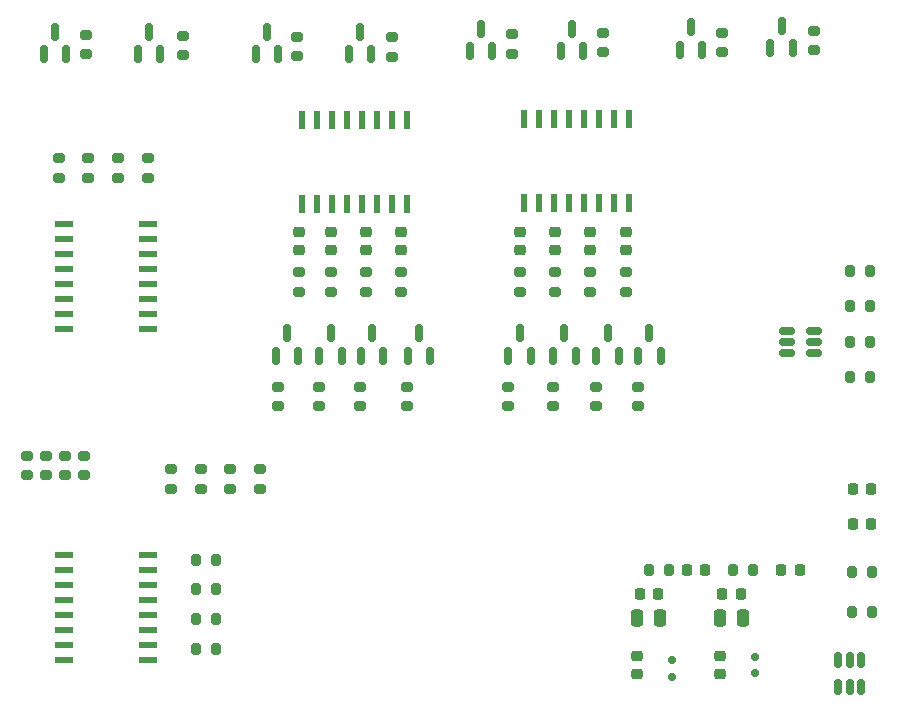
<source format=gtp>
G04 #@! TF.GenerationSoftware,KiCad,Pcbnew,7.0.5-4d25ed1034~172~ubuntu20.04.1*
G04 #@! TF.CreationDate,2023-05-31T02:11:29+03:00*
G04 #@! TF.ProjectId,kanalog-jp12-breakout,6b616e61-6c6f-4672-9d6a-7031322d6272,rev?*
G04 #@! TF.SameCoordinates,Original*
G04 #@! TF.FileFunction,Paste,Top*
G04 #@! TF.FilePolarity,Positive*
%FSLAX46Y46*%
G04 Gerber Fmt 4.6, Leading zero omitted, Abs format (unit mm)*
G04 Created by KiCad (PCBNEW 7.0.5-4d25ed1034~172~ubuntu20.04.1) date 2023-05-31 02:11:29*
%MOMM*%
%LPD*%
G01*
G04 APERTURE LIST*
G04 Aperture macros list*
%AMRoundRect*
0 Rectangle with rounded corners*
0 $1 Rounding radius*
0 $2 $3 $4 $5 $6 $7 $8 $9 X,Y pos of 4 corners*
0 Add a 4 corners polygon primitive as box body*
4,1,4,$2,$3,$4,$5,$6,$7,$8,$9,$2,$3,0*
0 Add four circle primitives for the rounded corners*
1,1,$1+$1,$2,$3*
1,1,$1+$1,$4,$5*
1,1,$1+$1,$6,$7*
1,1,$1+$1,$8,$9*
0 Add four rect primitives between the rounded corners*
20,1,$1+$1,$2,$3,$4,$5,0*
20,1,$1+$1,$4,$5,$6,$7,0*
20,1,$1+$1,$6,$7,$8,$9,0*
20,1,$1+$1,$8,$9,$2,$3,0*%
G04 Aperture macros list end*
%ADD10RoundRect,0.150000X0.150000X-0.587500X0.150000X0.587500X-0.150000X0.587500X-0.150000X-0.587500X0*%
%ADD11RoundRect,0.218750X-0.256250X0.218750X-0.256250X-0.218750X0.256250X-0.218750X0.256250X0.218750X0*%
%ADD12RoundRect,0.200000X0.275000X-0.200000X0.275000X0.200000X-0.275000X0.200000X-0.275000X-0.200000X0*%
%ADD13RoundRect,0.200000X-0.275000X0.200000X-0.275000X-0.200000X0.275000X-0.200000X0.275000X0.200000X0*%
%ADD14RoundRect,0.150000X-0.512500X-0.150000X0.512500X-0.150000X0.512500X0.150000X-0.512500X0.150000X0*%
%ADD15RoundRect,0.250000X-0.250000X-0.475000X0.250000X-0.475000X0.250000X0.475000X-0.250000X0.475000X0*%
%ADD16RoundRect,0.150000X-0.150000X0.512500X-0.150000X-0.512500X0.150000X-0.512500X0.150000X0.512500X0*%
%ADD17R,1.500000X0.600000*%
%ADD18RoundRect,0.200000X0.200000X0.275000X-0.200000X0.275000X-0.200000X-0.275000X0.200000X-0.275000X0*%
%ADD19RoundRect,0.218750X0.218750X0.256250X-0.218750X0.256250X-0.218750X-0.256250X0.218750X-0.256250X0*%
%ADD20R,0.600000X1.500000*%
%ADD21RoundRect,0.200000X-0.200000X-0.275000X0.200000X-0.275000X0.200000X0.275000X-0.200000X0.275000X0*%
%ADD22RoundRect,0.150000X0.200000X-0.150000X0.200000X0.150000X-0.200000X0.150000X-0.200000X-0.150000X0*%
%ADD23RoundRect,0.225000X-0.225000X-0.250000X0.225000X-0.250000X0.225000X0.250000X-0.225000X0.250000X0*%
%ADD24RoundRect,0.218750X-0.218750X-0.256250X0.218750X-0.256250X0.218750X0.256250X-0.218750X0.256250X0*%
G04 APERTURE END LIST*
D10*
G04 #@! TO.C,Q3*
X105650000Y-101175000D03*
X107550000Y-101175000D03*
X106600000Y-99300000D03*
G04 #@! TD*
G04 #@! TO.C,Q7*
X114550000Y-126712500D03*
X116450000Y-126712500D03*
X115500000Y-124837500D03*
G04 #@! TD*
G04 #@! TO.C,Q2*
X95700000Y-101175000D03*
X97600000Y-101175000D03*
X96650000Y-99300000D03*
G04 #@! TD*
D11*
G04 #@! TO.C,D17*
X109300000Y-116212500D03*
X109300000Y-117787500D03*
G04 #@! TD*
D12*
G04 #@! TO.C,R16*
X98490000Y-138000000D03*
X98490000Y-136350000D03*
G04 #@! TD*
D13*
G04 #@! TO.C,R18*
X99550000Y-99612500D03*
X99550000Y-101262500D03*
G04 #@! TD*
G04 #@! TO.C,R10*
X91490000Y-110000000D03*
X91490000Y-111650000D03*
G04 #@! TD*
D12*
G04 #@! TO.C,R23*
X112000000Y-121300000D03*
X112000000Y-119650000D03*
G04 #@! TD*
D14*
G04 #@! TO.C,U5*
X150687500Y-124590000D03*
X150687500Y-125540000D03*
X150687500Y-126490000D03*
X152962500Y-126490000D03*
X152962500Y-125540000D03*
X152962500Y-124590000D03*
G04 #@! TD*
D10*
G04 #@! TO.C,Q16*
X131500000Y-100900000D03*
X133400000Y-100900000D03*
X132450000Y-99025000D03*
G04 #@! TD*
D12*
G04 #@! TO.C,R28*
X118500000Y-131000000D03*
X118500000Y-129350000D03*
G04 #@! TD*
D11*
G04 #@! TO.C,D19*
X115000000Y-116212500D03*
X115000000Y-117787500D03*
G04 #@! TD*
D12*
G04 #@! TO.C,R35*
X131000000Y-121300000D03*
X131000000Y-119650000D03*
G04 #@! TD*
G04 #@! TO.C,R22*
X107515000Y-131000000D03*
X107515000Y-129350000D03*
G04 #@! TD*
D10*
G04 #@! TO.C,Q14*
X149250000Y-100675000D03*
X151150000Y-100675000D03*
X150200000Y-98800000D03*
G04 #@! TD*
G04 #@! TO.C,Q8*
X118550000Y-126712500D03*
X120450000Y-126712500D03*
X119500000Y-124837500D03*
G04 #@! TD*
D15*
G04 #@! TO.C,C1*
X137987500Y-148900000D03*
X139887500Y-148900000D03*
G04 #@! TD*
D12*
G04 #@! TO.C,R29*
X134000000Y-121300000D03*
X134000000Y-119650000D03*
G04 #@! TD*
G04 #@! TO.C,R25*
X115000000Y-121300000D03*
X115000000Y-119650000D03*
G04 #@! TD*
D13*
G04 #@! TO.C,R37*
X145125000Y-99375000D03*
X145125000Y-101025000D03*
G04 #@! TD*
D16*
G04 #@! TO.C,U6*
X156900000Y-152512500D03*
X155950000Y-152512500D03*
X155000000Y-152512500D03*
X155000000Y-154787500D03*
X155950000Y-154787500D03*
X156900000Y-154787500D03*
G04 #@! TD*
D12*
G04 #@! TO.C,R14*
X103510000Y-138000000D03*
X103510000Y-136350000D03*
G04 #@! TD*
D17*
G04 #@! TO.C,U2*
X89450000Y-115555000D03*
X89450000Y-116825000D03*
X89450000Y-118095000D03*
X89450000Y-119365000D03*
X89450000Y-120635000D03*
X89450000Y-121905000D03*
X89450000Y-123175000D03*
X89450000Y-124445000D03*
X96550000Y-124445000D03*
X96550000Y-123175000D03*
X96550000Y-121905000D03*
X96550000Y-120635000D03*
X96550000Y-119365000D03*
X96550000Y-118095000D03*
X96550000Y-116825000D03*
X96550000Y-115555000D03*
G04 #@! TD*
D12*
G04 #@! TO.C,R31*
X137000000Y-121300000D03*
X137000000Y-119650000D03*
G04 #@! TD*
D18*
G04 #@! TO.C,R42*
X157650000Y-122540000D03*
X156000000Y-122540000D03*
G04 #@! TD*
G04 #@! TO.C,R7*
X102275000Y-149000000D03*
X100625000Y-149000000D03*
G04 #@! TD*
D10*
G04 #@! TO.C,Q6*
X111050000Y-126712500D03*
X112950000Y-126712500D03*
X112000000Y-124837500D03*
G04 #@! TD*
D13*
G04 #@! TO.C,R19*
X109200000Y-99712500D03*
X109200000Y-101362500D03*
G04 #@! TD*
D12*
G04 #@! TO.C,R15*
X101000000Y-138000000D03*
X101000000Y-136350000D03*
G04 #@! TD*
D13*
G04 #@! TO.C,R11*
X94000000Y-110000000D03*
X94000000Y-111650000D03*
G04 #@! TD*
D18*
G04 #@! TO.C,R6*
X102275000Y-146490000D03*
X100625000Y-146490000D03*
G04 #@! TD*
G04 #@! TO.C,R5*
X102275000Y-143980000D03*
X100625000Y-143980000D03*
G04 #@! TD*
D13*
G04 #@! TO.C,R20*
X117200000Y-99762500D03*
X117200000Y-101412500D03*
G04 #@! TD*
D18*
G04 #@! TO.C,R47*
X157825000Y-148450000D03*
X156175000Y-148450000D03*
G04 #@! TD*
D11*
G04 #@! TO.C,D21*
X134000000Y-116212500D03*
X134000000Y-117787500D03*
G04 #@! TD*
D19*
G04 #@! TO.C,FB3*
X157787500Y-138000000D03*
X156212500Y-138000000D03*
G04 #@! TD*
D18*
G04 #@! TO.C,R43*
X157650000Y-125540000D03*
X156000000Y-125540000D03*
G04 #@! TD*
D20*
G04 #@! TO.C,U3*
X109570000Y-113850000D03*
X110840000Y-113850000D03*
X112110000Y-113850000D03*
X113380000Y-113850000D03*
X114650000Y-113850000D03*
X115920000Y-113850000D03*
X117190000Y-113850000D03*
X118460000Y-113850000D03*
X118460000Y-106750000D03*
X117190000Y-106750000D03*
X115920000Y-106750000D03*
X114650000Y-106750000D03*
X113380000Y-106750000D03*
X112110000Y-106750000D03*
X110840000Y-106750000D03*
X109570000Y-106750000D03*
G04 #@! TD*
D12*
G04 #@! TO.C,R32*
X138000000Y-131000000D03*
X138000000Y-129350000D03*
G04 #@! TD*
D18*
G04 #@! TO.C,R46*
X157825000Y-145000000D03*
X156175000Y-145000000D03*
G04 #@! TD*
D21*
G04 #@! TO.C,R48*
X138975000Y-144860000D03*
X140625000Y-144860000D03*
G04 #@! TD*
D11*
G04 #@! TO.C,D20*
X118000000Y-116212500D03*
X118000000Y-117787500D03*
G04 #@! TD*
D22*
G04 #@! TO.C,D25*
X140937500Y-152500000D03*
X140937500Y-153900000D03*
G04 #@! TD*
D13*
G04 #@! TO.C,R2*
X87900000Y-135175000D03*
X87900000Y-136825000D03*
G04 #@! TD*
D12*
G04 #@! TO.C,R26*
X114515000Y-131000000D03*
X114515000Y-129350000D03*
G04 #@! TD*
D10*
G04 #@! TO.C,Q11*
X127050000Y-126712500D03*
X128950000Y-126712500D03*
X128000000Y-124837500D03*
G04 #@! TD*
D11*
G04 #@! TO.C,FB1*
X137937500Y-152112500D03*
X137937500Y-153687500D03*
G04 #@! TD*
G04 #@! TO.C,D22*
X137000000Y-116212500D03*
X137000000Y-117787500D03*
G04 #@! TD*
D18*
G04 #@! TO.C,R8*
X102275000Y-151510000D03*
X100625000Y-151510000D03*
G04 #@! TD*
D12*
G04 #@! TO.C,R27*
X118000000Y-121300000D03*
X118000000Y-119650000D03*
G04 #@! TD*
D18*
G04 #@! TO.C,R41*
X157650000Y-119540000D03*
X156000000Y-119540000D03*
G04 #@! TD*
D12*
G04 #@! TO.C,R24*
X111015000Y-131000000D03*
X111015000Y-129350000D03*
G04 #@! TD*
D13*
G04 #@! TO.C,R39*
X127400000Y-99500000D03*
X127400000Y-101150000D03*
G04 #@! TD*
D11*
G04 #@! TO.C,D24*
X131000000Y-116212500D03*
X131000000Y-117787500D03*
G04 #@! TD*
D19*
G04 #@! TO.C,D27*
X151725000Y-144900000D03*
X150150000Y-144900000D03*
G04 #@! TD*
D11*
G04 #@! TO.C,D18*
X112000000Y-116212500D03*
X112000000Y-117787500D03*
G04 #@! TD*
G04 #@! TO.C,FB2*
X144937500Y-152112500D03*
X144937500Y-153687500D03*
G04 #@! TD*
D12*
G04 #@! TO.C,R13*
X106020000Y-138000000D03*
X106020000Y-136350000D03*
G04 #@! TD*
D13*
G04 #@! TO.C,R38*
X152950000Y-99225000D03*
X152950000Y-100875000D03*
G04 #@! TD*
D11*
G04 #@! TO.C,D23*
X128000000Y-116212500D03*
X128000000Y-117787500D03*
G04 #@! TD*
D13*
G04 #@! TO.C,R40*
X135100000Y-99387500D03*
X135100000Y-101037500D03*
G04 #@! TD*
D10*
G04 #@! TO.C,Q10*
X138050000Y-126712500D03*
X139950000Y-126712500D03*
X139000000Y-124837500D03*
G04 #@! TD*
D13*
G04 #@! TO.C,R17*
X91300000Y-99562500D03*
X91300000Y-101212500D03*
G04 #@! TD*
D12*
G04 #@! TO.C,R33*
X128000000Y-121300000D03*
X128000000Y-119650000D03*
G04 #@! TD*
D10*
G04 #@! TO.C,Q4*
X113550000Y-101175000D03*
X115450000Y-101175000D03*
X114500000Y-99300000D03*
G04 #@! TD*
D12*
G04 #@! TO.C,R36*
X130800000Y-131000000D03*
X130800000Y-129350000D03*
G04 #@! TD*
D13*
G04 #@! TO.C,R1*
X86300000Y-135175000D03*
X86300000Y-136825000D03*
G04 #@! TD*
D19*
G04 #@! TO.C,D28*
X143725000Y-144900000D03*
X142150000Y-144900000D03*
G04 #@! TD*
D10*
G04 #@! TO.C,Q1*
X87700000Y-101175000D03*
X89600000Y-101175000D03*
X88650000Y-99300000D03*
G04 #@! TD*
D12*
G04 #@! TO.C,R21*
X109300000Y-121300000D03*
X109300000Y-119650000D03*
G04 #@! TD*
D22*
G04 #@! TO.C,D26*
X147937500Y-152200000D03*
X147937500Y-153600000D03*
G04 #@! TD*
D13*
G04 #@! TO.C,R9*
X88980000Y-110000000D03*
X88980000Y-111650000D03*
G04 #@! TD*
G04 #@! TO.C,R3*
X89500000Y-135175000D03*
X89500000Y-136825000D03*
G04 #@! TD*
D18*
G04 #@! TO.C,R44*
X157650000Y-128540000D03*
X156000000Y-128540000D03*
G04 #@! TD*
D12*
G04 #@! TO.C,R34*
X127000000Y-131000000D03*
X127000000Y-129350000D03*
G04 #@! TD*
D10*
G04 #@! TO.C,Q12*
X130850000Y-126712500D03*
X132750000Y-126712500D03*
X131800000Y-124837500D03*
G04 #@! TD*
G04 #@! TO.C,Q9*
X134500000Y-126712500D03*
X136400000Y-126712500D03*
X135450000Y-124837500D03*
G04 #@! TD*
D15*
G04 #@! TO.C,C3*
X144987500Y-148900000D03*
X146887500Y-148900000D03*
G04 #@! TD*
D23*
G04 #@! TO.C,C2*
X138162500Y-146900000D03*
X139712500Y-146900000D03*
G04 #@! TD*
D17*
G04 #@! TO.C,U1*
X89450000Y-143555000D03*
X89450000Y-144825000D03*
X89450000Y-146095000D03*
X89450000Y-147365000D03*
X89450000Y-148635000D03*
X89450000Y-149905000D03*
X89450000Y-151175000D03*
X89450000Y-152445000D03*
X96550000Y-152445000D03*
X96550000Y-151175000D03*
X96550000Y-149905000D03*
X96550000Y-148635000D03*
X96550000Y-147365000D03*
X96550000Y-146095000D03*
X96550000Y-144825000D03*
X96550000Y-143555000D03*
G04 #@! TD*
D23*
G04 #@! TO.C,C4*
X145162500Y-146900000D03*
X146712500Y-146900000D03*
G04 #@! TD*
D12*
G04 #@! TO.C,R30*
X134450000Y-131000000D03*
X134450000Y-129350000D03*
G04 #@! TD*
D10*
G04 #@! TO.C,Q13*
X141575000Y-100800000D03*
X143475000Y-100800000D03*
X142525000Y-98925000D03*
G04 #@! TD*
D24*
G04 #@! TO.C,FB4*
X156212500Y-141000000D03*
X157787500Y-141000000D03*
G04 #@! TD*
D10*
G04 #@! TO.C,Q5*
X107350000Y-126712500D03*
X109250000Y-126712500D03*
X108300000Y-124837500D03*
G04 #@! TD*
G04 #@! TO.C,Q15*
X123800000Y-100900000D03*
X125700000Y-100900000D03*
X124750000Y-99025000D03*
G04 #@! TD*
D13*
G04 #@! TO.C,R4*
X91100000Y-135175000D03*
X91100000Y-136825000D03*
G04 #@! TD*
G04 #@! TO.C,R12*
X96510000Y-110000000D03*
X96510000Y-111650000D03*
G04 #@! TD*
D20*
G04 #@! TO.C,U4*
X128355000Y-113750000D03*
X129625000Y-113750000D03*
X130895000Y-113750000D03*
X132165000Y-113750000D03*
X133435000Y-113750000D03*
X134705000Y-113750000D03*
X135975000Y-113750000D03*
X137245000Y-113750000D03*
X137245000Y-106650000D03*
X135975000Y-106650000D03*
X134705000Y-106650000D03*
X133435000Y-106650000D03*
X132165000Y-106650000D03*
X130895000Y-106650000D03*
X129625000Y-106650000D03*
X128355000Y-106650000D03*
G04 #@! TD*
D21*
G04 #@! TO.C,R45*
X146112500Y-144860000D03*
X147762500Y-144860000D03*
G04 #@! TD*
M02*

</source>
